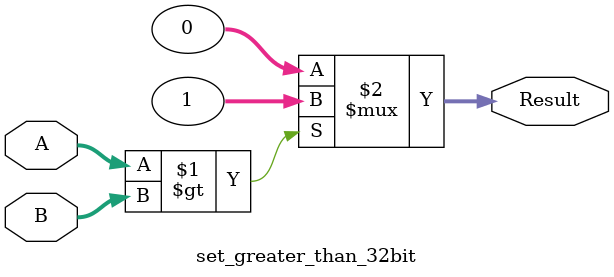
<source format=v>
module set_greater_than_32bit(
    input [31:0] A,
    input [31:0] B,
    output [31:0] Result
);
    assign Result = (A > B) ? 32'b1 : 32'b0;
endmodule
</source>
